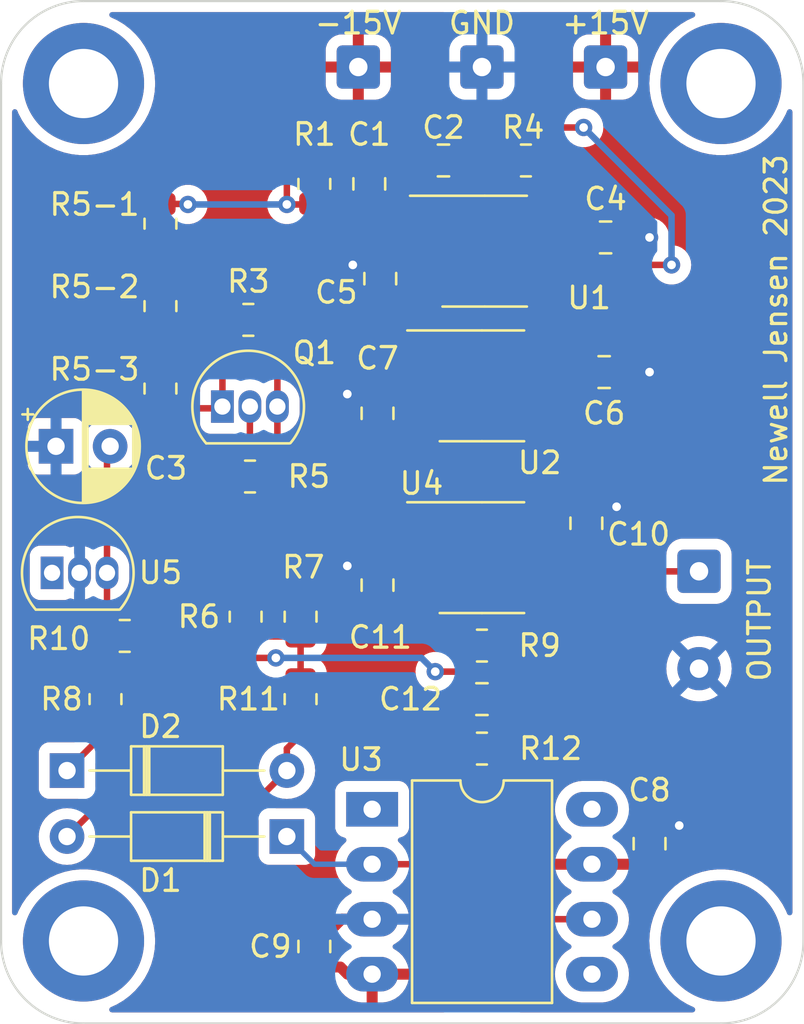
<source format=kicad_pcb>
(kicad_pcb (version 20211014) (generator pcbnew)
  (title_block (title "AOE Wien Bridge") (date "2023-06-25") (company "Newell Jensen"))
  (layers (0 "F.Cu" signal) (31 "B.Cu" signal) (34 "B.Paste" user) (35 "F.Paste" user) (36 "B.SilkS" user "B.Silkscreen") (37 "F.SilkS" user "F.Silkscreen") (38 "B.Mask" user) (39 "F.Mask" user) (44 "Edge.Cuts" user))
  (net 0 "")
  (net 1 "Net-(C12-Pad1)")
  (net 2 "Net-(C12-Pad2)")
  (net 3 "Net-(D1-Pad2)")
  (net 4 "Net-(R11-Pad2)")
  (net 5 "Net-(C3-Pad2)")
  (net 6 "-15V")
  (net 7 "Net-(R7-Pad2)")
  (net 8 "Net-(J1-Pad1)")
  (net 9 "Net-(D2-Pad1)")
  (net 10 "Net-(Q1-Pad2)")
  (net 11 "Net-(R5-2-Pad2)")
  (net 12 "Net-(Q1-Pad1)")
  (net 13 "Net-(R5-1-Pad2)")
  (net 14 "Net-(C1-Pad2)")
  (net 15 "Net-(Q1-Pad3)")
  (net 16 "Net-(C2-Pad2)")
  (net 17 "Net-(C1-Pad1)")
  (net 18 "GNDREF")
  (net 19 "+15V")
  (footprint "Connector_Wire:SolderWire-0.25sqmm_1x01_D0.65mm_OD2mm" (layer "F.Cu") (at 90.424 46.228 -90)
    (fp_text reference "-15V" (at -2.032 0 180) (layer "F.SilkS"))
    (fp_text value "Conn_01x01" hide)
    (pad "1" thru_hole roundrect (at 0 0 270) (size 2 2) (drill 0.85) (layers *.Cu *.Mask) (roundrect_rratio 0.125) (net 6 "-15V"))
  )
  (footprint "Connector_Wire:SolderWire-0.25sqmm_1x02_P4.5mm_D0.65mm_OD2mm" (layer "F.Cu") (at 106.172 69.5304 -90)
    (fp_text reference "OUTPUT" (at 2.25 -2.794 90) (layer "F.SilkS"))
    (fp_text value "Conn_Coaxial" hide)
    (pad "1" thru_hole roundrect (at 0 0 270) (size 2 2) (drill 0.85) (layers *.Cu *.Mask) (roundrect_rratio 0.125) (net 8 "Net-(J1-Pad1)"))
    (pad "2" thru_hole circle (at 4.5 0 270) (size 2 2) (drill 0.85) (layers *.Cu *.Mask) (net 18 "GNDREF"))
  )
  (footprint "Package_DIP:DIP-8_W10.16mm_LongPads" (layer "F.Cu") (at 91.064 80.528)
    (fp_text reference "U3" (at -0.513 -2.296) (layer "F.SilkS"))
    (fp_text value "LF411" hide)
    (pad "1" thru_hole rect (at 0 0) (size 2.4 1.6) (drill 0.8) (layers *.Cu *.Mask))
    (pad "2" thru_hole oval (at 0 2.54) (size 2.4 1.6) (drill 0.8) (layers *.Cu *.Mask) (net 2 "Net-(C12-Pad2)"))
    (pad "3" thru_hole oval (at 0 5.08) (size 2.4 1.6) (drill 0.8) (layers *.Cu *.Mask) (net 18 "GNDREF"))
    (pad "4" thru_hole oval (at 0 7.62) (size 2.4 1.6) (drill 0.8) (layers *.Cu *.Mask) (net 6 "-15V"))
    (pad "5" thru_hole oval (at 10.16 7.62) (size 2.4 1.6) (drill 0.8) (layers *.Cu *.Mask))
    (pad "6" thru_hole oval (at 10.16 5.08) (size 2.4 1.6) (drill 0.8) (layers *.Cu *.Mask) (net 1 "Net-(C12-Pad1)"))
    (pad "7" thru_hole oval (at 10.16 2.54) (size 2.4 1.6) (drill 0.8) (layers *.Cu *.Mask) (net 19 "+15V"))
    (pad "8" thru_hole oval (at 10.16 0) (size 2.4 1.6) (drill 0.8) (layers *.Cu *.Mask))
  )
  (footprint "Capacitor_SMD:C_0805_2012Metric" (layer "F.Cu") (at 100.965 67.31 90)
    (fp_text reference "C10" (at -0.508 2.413 180) (layer "F.SilkS"))
    (fp_text value "100nF" hide)
    (pad "1" smd roundrect (at -0.95 0 90) (size 1 1.45) (layers "F.Cu" "F.Paste" "F.Mask") (net 19 "+15V"))
    (pad "2" smd roundrect (at 0.95 0 90) (size 1 1.45) (layers "F.Cu" "F.Paste" "F.Mask") (net 18 "GNDREF"))
  )
  (footprint "Resistor_SMD:R_0805_2012Metric" (layer "F.Cu") (at 85.217 71.628 -90)
    (fp_text reference "R6" (at 0 2.159 180) (layer "F.SilkS"))
    (fp_text value "*40.2k" hide)
    (pad "1" smd roundrect (at -0.9125 0 270) (size 1.025 1.4) (layers "F.Cu" "F.Paste" "F.Mask") (roundrect_rratio 0.243902439) (net 10 "Net-(Q1-Pad2)"))
    (pad "2" smd roundrect (at 0.9125 0 270) (size 1.025 1.4) (layers "F.Cu" "F.Paste" "F.Mask") (roundrect_rratio 0.243902439) (net 4 "Net-(R11-Pad2)"))
  )
  (footprint "Capacitor_SMD:C_0805_2012Metric" (layer "F.Cu") (at 103.886 82.1182 90)
    (fp_text reference "C8" (at 2.474 0 180) (layer "F.SilkS"))
    (fp_text value "100nF" hide)
    (pad "1" smd roundrect (at -0.95 0 90) (size 1 1.45) (layers "F.Cu" "F.Paste" "F.Mask") (net 19 "+15V"))
    (pad "2" smd roundrect (at 0.95 0 90) (size 1 1.45) (layers "F.Cu" "F.Paste" "F.Mask") (net 18 "GNDREF"))
  )
  (footprint "MountingHole:MountingHole_3.2mm_M3_DIN965_Pad" (layer "F.Cu") (at 107.188 46.99)
    (fp_text reference "REF**" hide)
    (fp_text value "MountingHole_3.2mm_M3_DIN965_Pad" hide)
    (pad "1" thru_hole circle locked (at 0 0) (size 5.6 5.6) (drill 3.2) (layers *.Cu *.Mask))
  )
  (footprint "Connector_Wire:SolderWire-0.25sqmm_1x01_D0.65mm_OD2mm" (layer "F.Cu") (at 101.854 46.228 -90)
    (fp_text reference "+15V" (at -2.032 0 180) (layer "F.SilkS"))
    (fp_text value "Conn_01x01" hide)
    (pad "1" thru_hole roundrect (at 0 0 270) (size 2 2) (drill 0.85) (layers *.Cu *.Mask) (roundrect_rratio 0.125) (net 19 "+15V"))
  )
  (footprint "MountingHole:MountingHole_3.2mm_M3_DIN965_Pad" (layer "F.Cu") (at 77.724 86.614)
    (fp_text reference "REF**" hide)
    (fp_text value "MountingHole_3.2mm_M3_DIN965_Pad" hide)
    (pad "1" thru_hole circle locked (at 0 0) (size 5.6 5.6) (drill 3.2) (layers *.Cu *.Mask))
  )
  (footprint "Resistor_SMD:R_0805_2012Metric" (layer "F.Cu") (at 87.757 75.438 90)
    (fp_text reference "R11" (at 0 -2.413 180) (layer "F.SilkS"))
    (fp_text value "18.7k" hide)
    (pad "1" smd roundrect (at -0.9125 0 90) (size 1.025 1.4) (layers "F.Cu" "F.Paste" "F.Mask") (roundrect_rratio 0.243902439) (net 3 "Net-(D1-Pad2)"))
    (pad "2" smd roundrect (at 0.9125 0 90) (size 1.025 1.4) (layers "F.Cu" "F.Paste" "F.Mask") (roundrect_rratio 0.243902439) (net 4 "Net-(R11-Pad2)"))
  )
  (footprint "Resistor_SMD:R_0805_2012Metric" (layer "F.Cu") (at 78.74 75.438 90)
    (fp_text reference "R8" (at 0 -2.032 180) (layer "F.SilkS"))
    (fp_text value "49.9k" hide)
    (pad "1" smd roundrect (at -0.9125 0 90) (size 1.025 1.4) (layers "F.Cu" "F.Paste" "F.Mask") (roundrect_rratio 0.243902439) (net 9 "Net-(D2-Pad1)"))
    (pad "2" smd roundrect (at 0.9125 0 90) (size 1.025 1.4) (layers "F.Cu" "F.Paste" "F.Mask") (roundrect_rratio 0.243902439) (net 5 "Net-(C3-Pad2)"))
  )
  (footprint "Capacitor_SMD:C_0805_2012Metric" (layer "F.Cu") (at 101.854 54.102)
    (fp_text reference "C4" (at 0 -1.778) (layer "F.SilkS"))
    (fp_text value "100nF" hide)
    (pad "1" smd roundrect (at -0.95 0) (size 1 1.45) (layers "F.Cu" "F.Paste" "F.Mask") (net 19 "+15V"))
    (pad "2" smd roundrect (at 0.95 0) (size 1 1.45) (layers "F.Cu" "F.Paste" "F.Mask") (net 18 "GNDREF"))
  )
  (footprint "Resistor_SMD:R_0805_2012Metric" (layer "F.Cu") (at 85.4202 65.151 180)
    (fp_text reference "R5" (at -2.7178 0) (layer "F.SilkS"))
    (fp_text value "*1M" hide)
    (pad "1" smd roundrect (at -0.9125 0 180) (size 1.025 1.4) (layers "F.Cu" "F.Paste" "F.Mask") (roundrect_rratio 0.243902439) (net 15 "Net-(Q1-Pad3)"))
    (pad "2" smd roundrect (at 0.9125 0 180) (size 1.025 1.4) (layers "F.Cu" "F.Paste" "F.Mask") (roundrect_rratio 0.243902439) (net 1 "Net-(C12-Pad1)"))
  )
  (footprint "Capacitor_SMD:C_0805_2012Metric" (layer "F.Cu") (at 94.361 50.546)
    (fp_text reference "C2" (at 0 -1.524) (layer "F.SilkS"))
    (fp_text value "10nF (film)" hide)
    (pad "1" smd roundrect (at -0.95 0) (size 1 1.45) (layers "F.Cu" "F.Paste" "F.Mask") (net 17 "Net-(C1-Pad1)"))
    (pad "2" smd roundrect (at 0.95 0) (size 1 1.45) (layers "F.Cu" "F.Paste" "F.Mask") (net 16 "Net-(C2-Pad2)"))
  )
  (footprint "Capacitor_THT:CP_Radial_D5.0mm_P2.50mm" (layer "F.Cu") (at 76.454 63.754)
    (fp_text reference "C3" (at 5.08 1.016 180) (layer "F.SilkS"))
    (fp_text value "10uF" hide)
    (pad "1" thru_hole rect (at 0 0) (size 1.6 1.6) (drill 0.8) (layers *.Cu *.Mask) (net 18 "GNDREF"))
    (pad "2" thru_hole circle (at 2.5 0) (size 1.6 1.6) (drill 0.8) (layers *.Cu *.Mask) (net 5 "Net-(C3-Pad2)"))
  )
  (footprint "Diode_THT:D_DO-35_SOD27_P10.16mm_Horizontal" (layer "F.Cu") (at 76.962 78.74)
    (fp_text reference "D2" (at 4.318 -2.032) (layer "F.SilkS"))
    (fp_text value "1N5711" hide)
    (pad "1" thru_hole rect (at 0 0) (size 1.6 1.6) (drill 0.8) (layers *.Cu *.Mask) (net 9 "Net-(D2-Pad1)"))
    (pad "2" thru_hole oval (at 10.16 0) (size 1.6 1.6) (drill 0.8) (layers *.Cu *.Mask) (net 3 "Net-(D1-Pad2)"))
  )
  (footprint "Package_SO:SOIC-8_3.9x4.9mm_P1.27mm" (layer "F.Cu") (at 96.139 68.9)
    (fp_text reference "U4" (at -2.794 -3.429) (layer "F.SilkS"))
    (fp_text value "OPA627" hide)
    (pad "1" smd roundrect (at -2.475 -1.905) (size 1.95 0.6) (layers "F.Cu" "F.Paste" "F.Mask"))
    (pad "2" smd roundrect (at -2.475 -0.635) (size 1.95 0.6) (layers "F.Cu" "F.Paste" "F.Mask") (net 7 "Net-(R7-Pad2)"))
    (pad "3" smd roundrect (at -2.475 0.635) (size 1.95 0.6) (layers "F.Cu" "F.Paste" "F.Mask") (net 18 "GNDREF"))
    (pad "4" smd roundrect (at -2.475 1.905) (size 1.95 0.6) (layers "F.Cu" "F.Paste" "F.Mask") (net 6 "-15V"))
    (pad "5" smd roundrect (at 2.475 1.905) (size 1.95 0.6) (layers "F.Cu" "F.Paste" "F.Mask"))
    (pad "6" smd roundrect (at 2.475 0.635) (size 1.95 0.6) (layers "F.Cu" "F.Paste" "F.Mask") (net 8 "Net-(J1-Pad1)"))
    (pad "7" smd roundrect (at 2.475 -0.635) (size 1.95 0.6) (layers "F.Cu" "F.Paste" "F.Mask") (net 19 "+15V"))
    (pad "8" smd roundrect (at 2.475 -1.905) (size 1.95 0.6) (layers "F.Cu" "F.Paste" "F.Mask"))
  )
  (footprint "Capacitor_SMD:C_0805_2012Metric" (layer "F.Cu") (at 90.932 51.628 -90)
    (fp_text reference "C1" (at -2.286 0 180) (layer "F.SilkS"))
    (fp_text value "10nF (film)" hide)
    (pad "1" smd roundrect (at -0.95 0 270) (size 1 1.45) (layers "F.Cu" "F.Paste" "F.Mask") (net 17 "Net-(C1-Pad1)"))
    (pad "2" smd roundrect (at 0.95 0 270) (size 1 1.45) (layers "F.Cu" "F.Paste" "F.Mask") (net 14 "Net-(C1-Pad2)"))
  )
  (footprint "Capacitor_SMD:C_0805_2012Metric" (layer "F.Cu") (at 91.313 62.23 90)
    (fp_text reference "C7" (at 2.54 0 180) (layer "F.SilkS"))
    (fp_text value "100nF" hide)
    (pad "1" smd roundrect (at -0.95 0 90) (size 1 1.45) (layers "F.Cu" "F.Paste" "F.Mask") (net 6 "-15V"))
    (pad "2" smd roundrect (at 0.95 0 90) (size 1 1.45) (layers "F.Cu" "F.Paste" "F.Mask") (net 18 "GNDREF"))
  )
  (footprint "Resistor_SMD:R_0805_2012Metric" (layer "F.Cu") (at 81.28 61.087 -90)
    (fp_text reference "R5-3" (at -0.889 3.048 180) (layer "F.SilkS"))
    (fp_text value "*4.02k" hide)
    (pad "1" smd roundrect (at -0.9125 0 270) (size 1.025 1.4) (layers "F.Cu" "F.Paste" "F.Mask") (roundrect_rratio 0.243902439) (net 11 "Net-(R5-2-Pad2)"))
    (pad "2" smd roundrect (at 0.9125 0 270) (size 1.025 1.4) (layers "F.Cu" "F.Paste" "F.Mask") (roundrect_rratio 0.243902439) (net 12 "Net-(Q1-Pad1)"))
  )
  (footprint "Resistor_SMD:R_0805_2012Metric" (layer "F.Cu") (at 79.629 72.517)
    (fp_text reference "R10" (at -3.048 0.127) (layer "F.SilkS"))
    (fp_text value "10k" hide)
    (pad "1" smd roundrect (at -0.9125 0) (size 1.025 1.4) (layers "F.Cu" "F.Paste" "F.Mask") (roundrect_rratio 0.243902439) (net 5 "Net-(C3-Pad2)"))
    (pad "2" smd roundrect (at 0.9125 0) (size 1.025 1.4) (layers "F.Cu" "F.Paste" "F.Mask") (roundrect_rratio 0.243902439) (net 6 "-15V"))
  )
  (footprint "Diode_THT:D_DO-35_SOD27_P10.16mm_Horizontal" (layer "F.Cu") (at 87.122 81.788 180)
    (fp_text reference "D1" (at 5.842 -2.032 180) (layer "F.SilkS"))
    (fp_text value "1N5711" hide)
    (pad "1" thru_hole rect (at 0 0 180) (size 1.6 1.6) (drill 0.8) (layers *.Cu *.Mask) (net 2 "Net-(C12-Pad2)"))
    (pad "2" thru_hole oval (at 10.16 0 180) (size 1.6 1.6) (drill 0.8) (layers *.Cu *.Mask) (net 3 "Net-(D1-Pad2)"))
  )
  (footprint "Capacitor_SMD:C_0805_2012Metric" (layer "F.Cu") (at 91.44 56.007 90)
    (fp_text reference "C5" (at -0.635 -2.032 180) (layer "F.SilkS"))
    (fp_text value "100nF" hide)
    (pad "1" smd roundrect (at -0.95 0 90) (size 1 1.45) (layers "F.Cu" "F.Paste" "F.Mask") (net 6 "-15V"))
    (pad "2" smd roundrect (at 0.95 0 90) (size 1 1.45) (layers "F.Cu" "F.Paste" "F.Mask") (net 18 "GNDREF"))
  )
  (footprint "Resistor_SMD:R_0805_2012Metric" (layer "F.Cu") (at 81.28 57.277 -90)
    (fp_text reference "R5-2" (at -0.889 3.048 180) (layer "F.SilkS"))
    (fp_text value "*4.42k" hide)
    (pad "1" smd roundrect (at -0.9125 0 270) (size 1.025 1.4) (layers "F.Cu" "F.Paste" "F.Mask") (roundrect_rratio 0.243902439) (net 13 "Net-(R5-1-Pad2)"))
    (pad "2" smd roundrect (at 0.9125 0 270) (size 1.025 1.4) (layers "F.Cu" "F.Paste" "F.Mask") (roundrect_rratio 0.243902439) (net 11 "Net-(R5-2-Pad2)"))
  )
  (footprint "Package_SO:SOIC-8_3.9x4.9mm_P1.27mm" (layer "F.Cu") (at 96.139 60.96)
    (fp_text reference "U2" (at 2.667 3.556) (layer "F.SilkS"))
    (fp_text value "OPA627" hide)
    (pad "1" smd roundrect (at -2.475 -1.905) (size 1.95 0.6) (layers "F.Cu" "F.Paste" "F.Mask"))
    (pad "2" smd roundrect (at -2.475 -0.635) (size 1.95 0.6) (layers "F.Cu" "F.Paste" "F.Mask") (net 10 "Net-(Q1-Pad2)"))
    (pad "3" smd roundrect (at -2.475 0.635) (size 1.95 0.6) (layers "F.Cu" "F.Paste" "F.Mask") (net 18 "GNDREF"))
    (pad "4" smd roundrect (at -2.475 1.905) (size 1.95 0.6) (layers "F.Cu" "F.Paste" "F.Mask") (net 6 "-15V"))
    (pad "5" smd roundrect (at 2.475 1.905) (size 1.95 0.6) (layers "F.Cu" "F.Paste" "F.Mask"))
    (pad "6" smd roundrect (at 2.475 0.635) (size 1.95 0.6) (layers "F.Cu" "F.Paste" "F.Mask") (net 4 "Net-(R11-Pad2)"))
    (pad "7" smd roundrect (at 2.475 -0.635) (size 1.95 0.6) (layers "F.Cu" "F.Paste" "F.Mask") (net 19 "+15V"))
    (pad "8" smd roundrect (at 2.475 -1.905) (size 1.95 0.6) (layers "F.Cu" "F.Paste" "F.Mask"))
  )
  (footprint "Package_SO:SOIC-8_3.9x4.9mm_P1.27mm" (layer "F.Cu") (at 96.266 54.737)
    (fp_text reference "U1" (at 4.826 2.159) (layer "F.SilkS"))
    (fp_text value "OPA627" hide)
    (pad "1" smd roundrect (at -2.475 -1.905) (size 1.95 0.6) (layers "F.Cu" "F.Paste" "F.Mask"))
    (pad "2" smd roundrect (at -2.475 -0.635) (size 1.95 0.6) (layers "F.Cu" "F.Paste" "F.Mask") (net 17 "Net-(C1-Pad1)"))
    (pad "3" smd roundrect (at -2.475 0.635) (size 1.95 0.6) (layers "F.Cu" "F.Paste" "F.Mask") (net 18 "GNDREF"))
    (pad "4" smd roundrect (at -2.475 1.905) (size 1.95 0.6) (layers "F.Cu" "F.Paste" "F.Mask") (net 6 "-15V"))
    (pad "5" smd roundrect (at 2.475 1.905) (size 1.95 0.6) (layers "F.Cu" "F.Paste" "F.Mask"))
    (pad "6" smd roundrect (at 2.475 0.635) (size 1.95 0.6) (layers "F.Cu" "F.Paste" "F.Mask") (net 14 "Net-(C1-Pad2)"))
    (pad "7" smd roundrect (at 2.475 -0.635) (size 1.95 0.6) (layers "F.Cu" "F.Paste" "F.Mask") (net 19 "+15V"))
    (pad "8" smd roundrect (at 2.475 -1.905) (size 1.95 0.6) (layers "F.Cu" "F.Paste" "F.Mask"))
  )
  (footprint "Capacitor_SMD:C_0805_2012Metric" (layer "F.Cu") (at 96.139 75.438 180)
    (fp_text reference "C12" (at 3.302 0) (layer "F.SilkS"))
    (fp_text value "100nF" hide)
    (pad "1" smd roundrect (at -0.95 0 180) (size 1 1.45) (layers "F.Cu" "F.Paste" "F.Mask") (net 1 "Net-(C12-Pad1)"))
    (pad "2" smd roundrect (at 0.95 0 180) (size 1 1.45) (layers "F.Cu" "F.Paste" "F.Mask") (net 2 "Net-(C12-Pad2)"))
  )
  (footprint "Package_TO_SOT_THT:TO-92L_Inline" (layer "F.Cu") (at 84.144 61.918)
    (fp_text reference "Q1" (at 4.248 -2.482) (layer "F.SilkS"))
    (fp_text value "J111" hide)
    (pad "1" thru_hole rect (at 0 0) (size 1.05 1.5) (drill 0.75) (layers *.Cu *.Mask) (net 12 "Net-(Q1-Pad1)"))
    (pad "2" thru_hole oval (at 1.27 0) (size 1.05 1.5) (drill 0.75) (layers *.Cu *.Mask) (net 10 "Net-(Q1-Pad2)"))
    (pad "3" thru_hole oval (at 2.54 0) (size 1.05 1.5) (drill 0.75) (layers *.Cu *.Mask) (net 15 "Net-(Q1-Pad3)"))
  )
  (footprint "Resistor_SMD:R_0805_2012Metric" (layer "F.Cu") (at 98.171 50.546)
    (fp_text reference "R4" (at -0.127 -1.524) (layer "F.SilkS"))
    (fp_text value "*15.0k" hide)
    (pad "1" smd roundrect (at -0.9125 0) (size 1.025 1.4) (layers "F.Cu" "F.Paste" "F.Mask") (roundrect_rratio 0.243902439) (net 16 "Net-(C2-Pad2)"))
    (pad "2" smd roundrect (at 0.9125 0) (size 1.025 1.4) (layers "F.Cu" "F.Paste" "F.Mask") (roundrect_rratio 0.243902439) (net 4 "Net-(R11-Pad2)"))
  )
  (footprint "Resistor_SMD:R_0805_2012Metric" (layer "F.Cu") (at 88.392 51.628 -90)
    (fp_text reference "R1" (at -2.286 0 180) (layer "F.SilkS"))
    (fp_text value "*15.0k" hide)
    (pad "1" smd roundrect (at -0.9125 0 270) (size 1.025 1.4) (layers "F.Cu" "F.Paste" "F.Mask") (roundrect_rratio 0.243902439) (net 17 "Net-(C1-Pad1)"))
    (pad "2" smd roundrect (at 0.9125 0 270) (size 1.025 1.4) (layers "F.Cu" "F.Paste" "F.Mask") (roundrect_rratio 0.243902439) (net 14 "Net-(C1-Pad2)"))
  )
  (footprint "Capacitor_SMD:C_0805_2012Metric" (layer "F.Cu") (at 101.788 60.325)
    (fp_text reference "C6" (at 0 1.905) (layer "F.SilkS"))
    (fp_text value "100nF" hide)
    (pad "1" smd roundrect (at -0.95 0) (size 1 1.45) (layers "F.Cu" "F.Paste" "F.Mask") (net 19 "+15V"))
    (pad "2" smd roundrect (at 0.95 0) (size 1 1.45) (layers "F.Cu" "F.Paste" "F.Mask") (net 18 "GNDREF"))
  )
  (footprint "Resistor_SMD:R_0805_2012Metric" (layer "F.Cu") (at 85.344 57.912)
    (fp_text reference "R3" (at 0 -1.778) (layer "F.SilkS"))
    (fp_text value "*1M" hide)
    (pad "1" smd roundrect (at -0.9125 0) (size 1.025 1.4) (layers "F.Cu" "F.Paste" "F.Mask") (roundrect_rratio 0.243902439) (net 12 "Net-(Q1-Pad1)"))
    (pad "2" smd roundrect (at 0.9125 0) (size 1.025 1.4) (layers "F.Cu" "F.Paste" "F.Mask") (roundrect_rratio 0.243902439) (net 15 "Net-(Q1-Pad3)"))
  )
  (footprint "Resistor_SMD:R_0805_2012Metric" (layer "F.Cu") (at 81.28 53.467 -90)
    (fp_text reference "R5-1" (at -0.889 3.048 180) (layer "F.SilkS"))
    (fp_text value "*15.0k" hide)
    (pad "1" smd roundrect (at -0.9125 0 270) (size 1.025 1.4) (layers "F.Cu" "F.Paste" "F.Mask") (roundrect_rratio 0.243902439) (net 14 "Net-(C1-Pad2)"))
    (pad "2" smd roundrect (at 0.9125 0 270) (size 1.025 1.4) (layers "F.Cu" "F.Paste" "F.Mask") (roundrect_rratio 0.243902439) (net 13 "Net-(R5-1-Pad2)"))
  )
  (footprint "Package_TO_SOT_THT:TO-92L_Inline" (layer "F.Cu") (at 76.27 69.602888)
    (fp_text reference "U5" (at 5.01 -0.006888) (layer "F.SilkS"))
    (fp_text value "LM336-5" hide)
    (pad "1" thru_hole rect (at 0 0) (size 1.05 1.5) (drill 0.75) (layers *.Cu *.Mask))
    (pad "2" thru_hole oval (at 1.27 0) (size 1.05 1.5) (drill 0.75) (layers *.Cu *.Mask) (net 18 "GNDREF"))
    (pad "3" thru_hole oval (at 2.54 0) (size 1.05 1.5) (drill 0.75) (layers *.Cu *.Mask) (net 5 "Net-(C3-Pad2)"))
  )
  (footprint "Capacitor_SMD:C_0805_2012Metric" (layer "F.Cu") (at 88.392 86.868 90)
    (fp_text reference "C9" (at 0 -2.032 180) (layer "F.SilkS"))
    (fp_text value "100nF" hide)
    (pad "1" smd roundrect (at -0.95 0 90) (size 1 1.45) (layers "F.Cu" "F.Paste" "F.Mask") (net 6 "-15V"))
    (pad "2" smd roundrect (at 0.95 0 90) (size 1 1.45) (layers "F.Cu" "F.Paste" "F.Mask") (net 18 "GNDREF"))
  )
  (footprint "Capacitor_SMD:C_0805_2012Metric" (layer "F.Cu") (at 91.313 70.17 90)
    (fp_text reference "C11" (at -2.413 0.127 180) (layer "F.SilkS"))
    (fp_text value "100nF" hide)
    (pad "1" smd roundrect (at -0.95 0 90) (size 1 1.45) (layers "F.Cu" "F.Paste" "F.Mask") (net 6 "-15V"))
    (pad "2" smd roundrect (at 0.95 0 90) (size 1 1.45) (layers "F.Cu" "F.Paste" "F.Mask") (net 18 "GNDREF"))
  )
  (footprint "Resistor_SMD:R_0805_2012Metric" (layer "F.Cu") (at 96.139 77.724 180)
    (fp_text reference "R12" (at -3.175 0) (layer "F.SilkS"))
    (fp_text value "22M" hide)
    (pad "1" smd roundrect (at -0.9125 0 180) (size 1.025 1.4) (layers "F.Cu" "F.Paste" "F.Mask") (roundrect_rratio 0.243902439) (net 1 "Net-(C12-Pad1)"))
    (pad "2" smd roundrect (at 0.9125 0 180) (size 1.025 1.4) (layers "F.Cu" "F.Paste" "F.Mask") (roundrect_rratio 0.243902439) (net 2 "Net-(C12-Pad2)"))
  )
  (footprint "Resistor_SMD:R_0805_2012Metric" (layer "F.Cu") (at 87.757 71.628 90)
    (fp_text reference "R7" (at 2.286 0.127 180) (layer "F.SilkS"))
    (fp_text value "*10k" hide)
    (pad "1" smd roundrect (at -0.9125 0 90) (size 1.025 1.4) (layers "F.Cu" "F.Paste" "F.Mask") (roundrect_rratio 0.243902439) (net 4 "Net-(R11-Pad2)"))
    (pad "2" smd roundrect (at 0.9125 0 90) (size 1.025 1.4) (layers "F.Cu" "F.Paste" "F.Mask") (roundrect_rratio 0.243902439) (net 7 "Net-(R7-Pad2)"))
  )
  (footprint "Connector_Wire:SolderWire-0.25sqmm_1x01_D0.65mm_OD2mm" (layer "F.Cu") (at 96.139 46.228 -90)
    (fp_text reference "GND" (at -2.032 0 180) (layer "F.SilkS"))
    (fp_text value "Conn_01x01" hide)
    (pad "1" thru_hole roundrect (at 0 0 270) (size 2 2) (drill 0.85) (layers *.Cu *.Mask) (roundrect_rratio 0.125) (net 18 "GNDREF"))
  )
  (footprint "Resistor_SMD:R_0805_2012Metric" (layer "F.Cu") (at 96.139 72.964)
    (fp_text reference "R9" (at 2.667 0) (layer "F.SilkS"))
    (fp_text value "*49.9k" hide)
    (pad "1" smd roundrect (at -0.9125 0) (size 1.025 1.4) (layers "F.Cu" "F.Paste" "F.Mask") (roundrect_rratio 0.243902439) (net 7 "Net-(R7-Pad2)"))
    (pad "2" smd roundrect (at 0.9125 0) (size 1.025 1.4) (layers "F.Cu" "F.Paste" "F.Mask") (roundrect_rratio 0.243902439) (net 8 "Net-(J1-Pad1)"))
  )
  (footprint "MountingHole:MountingHole_3.2mm_M3_DIN965_Pad" (layer "F.Cu") (at 77.724 46.99)
    (fp_text reference "REF**" hide)
    (fp_text value "MountingHole_3.2mm_M3_DIN965_Pad" hide)
    (pad "1" thru_hole circle locked (at 0 0) (size 5.6 5.6) (drill 3.2) (layers *.Cu *.Mask))
  )
  (footprint "MountingHole:MountingHole_3.2mm_M3_DIN965_Pad" (layer "F.Cu") (at 107.188 86.614)
    (fp_text reference "REF**" hide)
    (fp_text value "MountingHole_3.2mm_M3_DIN965_Pad" hide)
    (pad "1" thru_hole circle locked (at 0 0) (size 5.6 5.6) (drill 3.2) (layers *.Cu *.Mask))
  )
  (gr_arc (start 110.998 86.614) (mid 109.882077 89.308077) (end 107.188 90.424) (layer "Edge.Cuts") (width 0.1))
  (gr_arc (start 77.724 90.424) (mid 75.029923 89.308077) (end 73.914 86.614) (layer "Edge.Cuts") (width 0.1))
  (gr_line (start 110.998 86.614) (end 110.998 46.99) (layer "Edge.Cuts") (width 0.1))
  (gr_line (start 77.724 43.18) (end 107.188 43.18) (layer "Edge.Cuts") (width 0.1))
  (gr_arc (start 107.188 43.18) (mid 109.882077 44.295923) (end 110.998 46.99) (layer "Edge.Cuts") (width 0.1))
  (gr_line (start 77.724 90.424) (end 107.188 90.424) (layer "Edge.Cuts") (width 0.1))
  (gr_line (start 73.914 86.614) (end 73.914 46.99) (layer "Edge.Cuts") (width 0.1))
  (gr_arc (start 73.914 46.99) (mid 75.029923 44.295923) (end 77.724 43.18) (layer "Edge.Cuts") (width 0.1))
  (gr_text "Newell Jensen 2023" (at 109.728 57.912 90) (layer "F.SilkS") (effects (font (size 1 1))))
  (segment (start 83.82 73.152) (end 83.82 69.85) (width 0.3) (layer "F.Cu") (net 1))
  (segment (start 84.5077 65.151) (end 84.5077 69.1623) (width 0.3) (layer "F.Cu") (net 1))
  (segment (start 97.0515 77.724) (end 97.0515 83.5895) (width 0.3) (layer "F.Cu") (net 1))
  (segment (start 97.0515 77.724) (end 97.0515 75.4755) (width 0.3) (layer "F.Cu") (net 1))
  (segment (start 97.089 74.483) (end 97.089 75.438) (width 0.3) (layer "F.Cu") (net 1))
  (segment (start 83.82 69.85) (end 84.5077 69.1623) (width 0.3) (layer "F.Cu") (net 1))
  (segment (start 96.774 74.168) (end 97.089 74.483) (width 0.3) (layer "F.Cu") (net 1))
  (segment (start 99.07 85.608) (end 101.224 85.608) (width 0.3) (layer "F.Cu") (net 1))
  (segment (start 97.0515 75.4755) (end 97.089 75.438) (width 0.3) (layer "F.Cu") (net 1))
  (segment (start 97.0515 83.5895) (end 99.07 85.608) (width 0.3) (layer "F.Cu") (net 1))
  (segment (start 84.201 73.533) (end 83.82 73.152) (width 0.3) (layer "F.Cu") (net 1))
  (segment (start 93.98 74.168) (end 96.774 74.168) (width 0.3) (layer "F.Cu") (net 1))
  (segment (start 86.614 73.533) (end 84.201 73.533) (width 0.3) (layer "F.Cu") (net 1))
  (via (at 86.614 73.533) (size 0.8) (drill 0.4) (layers "F.Cu" "B.Cu") (net 1))
  (via (at 93.98 74.168) (size 0.8) (drill 0.4) (layers "F.Cu" "B.Cu") (net 1))
  (segment (start 93.345 73.533) (end 93.98 74.168) (width 0.3) (layer "B.Cu") (net 1))
  (segment (start 86.614 73.533) (end 93.345 73.533) (width 0.3) (layer "B.Cu") (net 1))
  (segment (start 92.954 83.068) (end 91.064 83.068) (width 0.3) (layer "F.Cu") (net 2))
  (segment (start 95.2265 80.7955) (end 92.954 83.068) (width 0.3) (layer "F.Cu") (net 2))
  (segment (start 95.2265 77.724) (end 95.2265 80.7955) (width 0.3) (layer "F.Cu") (net 2))
  (segment (start 95.2265 77.724) (end 95.2265 75.4755) (width 0.3) (layer "F.Cu") (net 2))
  (segment (start 88.402 83.068) (end 87.122 81.788) (width 0.25) (layer "B.Cu") (net 2))
  (segment (start 91.064 83.068) (end 88.402 83.068) (width 0.25) (layer "B.Cu") (net 2))
  (segment (start 85.598 80.264) (end 87.122 78.74) (width 0.3) (layer "F.Cu") (net 3))
  (segment (start 78.486 80.264) (end 85.598 80.264) (width 0.3) (layer "F.Cu") (net 3))
  (segment (start 76.962 81.788) (end 78.486 80.264) (width 0.3) (layer "F.Cu") (net 3))
  (segment (start 87.757 77.089) (end 87.122 77.724) (width 0.3) (layer "F.Cu") (net 3))
  (segment (start 87.122 77.724) (end 87.122 78.74) (width 0.3) (layer "F.Cu") (net 3))
  (segment (start 87.757 76.3505) (end 87.757 77.089) (width 0.3) (layer "F.Cu") (net 3))
  (segment (start 97.282 51.816) (end 98.806 51.816) (width 0.3) (layer "F.Cu") (net 4))
  (segment (start 96.774 64.516) (end 95.25 66.04) (width 0.3) (layer "F.Cu") (net 4))
  (segment (start 96.774 52.324) (end 97.282 51.816) (width 0.3) (layer "F.Cu") (net 4))
  (segment (start 96.774 61.976) (end 96.774 64.516) (width 0.3) (layer "F.Cu") (net 4))
  (segment (start 97.155 61.595) (end 96.774 61.976) (width 0.3) (layer "F.Cu") (net 4))
  (segment (start 96.774 61.214) (end 96.774 52.324) (width 0.3) (layer "F.Cu") (net 4))
  (segment (start 97.155 61.595) (end 96.774 61.214) (width 0.3) (layer "F.Cu") (net 4))
  (segment (start 99.0835 51.5385) (end 99.0835 50.546) (width 0.3) (layer "F.Cu") (net 4))
  (segment (start 98.806 51.816) (end 99.0835 51.5385) (width 0.3) (layer "F.Cu") (net 4))
  (segment (start 87.757 74.5255) (end 87.757 72.5405) (width 0.3) (layer "F.Cu") (net 4))
  (segment (start 85.217 72.5405) (end 87.757 72.5405) (width 0.3) (layer "F.Cu") (net 4))
  (segment (start 89.916 66.04) (end 86.5105 69.4455) (width 0.3) (layer "F.Cu") (net 4))
  (segment (start 98.614 61.595) (end 97.155 61.595) (width 0.3) (layer "F.Cu") (net 4))
  (segment (start 95.25 66.04) (end 89.916 66.04) (width 0.3) (layer "F.Cu") (net 4))
  (segment (start 86.5105 72.5405) (end 87.757 72.5405) (width 0.3) (layer "F.Cu") (net 4))
  (segment (start 86.5105 69.4455) (end 86.5105 72.5405) (width 0.3) (layer "F.Cu") (net 4))
  (segment (start 78.81 72.4235) (end 78.7165 72.517) (width 0.3) (layer "F.Cu") (net 5))
  (segment (start 78.81 63.898) (end 78.954 63.754) (width 0.3) (layer "F.Cu") (net 5))
  (segment (start 78.74 74.5255) (end 78.74 72.5405) (width 0.3) (layer "F.Cu") (net 5))
  (segment (start 78.81 69.602888) (end 78.81 72.4235) (width 0.3) (layer "F.Cu") (net 5))
  (segment (start 78.81 69.602888) (end 78.81 63.898) (width 0.3) (layer "F.Cu") (net 5))
  (segment (start 78.74 72.5405) (end 78.7165 72.517) (width 0.3) (layer "F.Cu") (net 5))
  (segment (start 89.596 87.818) (end 88.392 87.818) (width 0.5) (layer "F.Cu") (net 6))
  (segment (start 89.926 88.148) (end 89.596 87.818) (width 0.5) (layer "F.Cu") (net 6))
  (segment (start 92.268 63.18) (end 91.313 63.18) (width 0.5) (layer "F.Cu") (net 6))
  (segment (start 93.791 56.642) (end 92.71 56.642) (width 0.5) (layer "F.Cu") (net 6))
  (segment (start 92.268 71.12) (end 91.313 71.12) (width 0.5) (layer "F.Cu") (net 6))
  (segment (start 93.664 62.865) (end 92.583 62.865) (width 0.5) (layer "F.Cu") (net 6))
  (segment (start 93.664 70.805) (end 92.583 70.805) (width 0.5) (layer "F.Cu") (net 6))
  (segment (start 92.583 62.865) (end 92.268 63.18) (width 0.5) (layer "F.Cu") (net 6))
  (segment (start 92.583 70.805) (end 92.268 71.12) (width 0.5) (layer "F.Cu") (net 6))
  (segment (start 91.064 88.148) (end 89.926 88.148) (width 0.5) (layer "F.Cu") (net 6))
  (segment (start 92.71 56.642) (end 92.395 56.957) (width 0.5) (layer "F.Cu") (net 6))
  (segment (start 92.395 56.957) (end 91.44 56.957) (width 0.5) (layer "F.Cu") (net 6))
  (segment (start 95.2265 68.6225) (end 95.2265 72.964) (width 0.3) (layer "F.Cu") (net 7))
  (segment (start 87.757 70.7155) (end 87.757 69.215) (width 0.3) (layer "F.Cu") (net 7))
  (segment (start 93.664 68.265) (end 88.707 68.265) (width 0.3) (layer "F.Cu") (net 7))
  (segment (start 94.869 68.265) (end 95.2265 68.6225) (width 0.3) (layer "F.Cu") (net 7))
  (segment (start 93.664 68.265) (end 94.869 68.265) (width 0.3) (layer "F.Cu") (net 7))
  (segment (start 88.707 68.265) (end 87.757 69.215) (width 0.3) (layer "F.Cu") (net 7))
  (segment (start 98.614 69.535) (end 97.409 69.535) (width 0.3) (layer "F.Cu") (net 8))
  (segment (start 98.614 69.535) (end 106.1674 69.535) (width 0.3) (layer "F.Cu") (net 8))
  (segment (start 97.028 69.916) (end 97.028 72.9405) (width 0.3) (layer "F.Cu") (net 8))
  (segment (start 97.409 69.535) (end 97.028 69.916) (width 0.3) (layer "F.Cu") (net 8))
  (segment (start 106.1674 69.535) (end 106.172 69.5304) (width 0.3) (layer "F.Cu") (net 8))
  (segment (start 78.74 76.962) (end 78.74 76.3505) (width 0.3) (layer "F.Cu") (net 9))
  (segment (start 76.962 78.74) (end 78.74 76.962) (width 0.3) (layer "F.Cu") (net 9))
  (segment (start 95.25 64.008) (end 94.234 65.024) (width 0.3) (layer "F.Cu") (net 10))
  (segment (start 94.234 65.024) (end 89.716893 65.024) (width 0.3) (layer "F.Cu") (net 10))
  (segment (start 85.414 61.918) (end 85.414 69.326893) (width 0.3) (layer "F.Cu") (net 10))
  (segment (start 85.217 70.7155) (end 85.414 70.5185) (width 0.3) (layer "F.Cu") (net 10))
  (segment (start 89.716893 65.024) (end 85.414 69.326893) (width 0.3) (layer "F.Cu") (net 10))
  (segment (start 95.25 60.706) (end 95.25 64.008) (width 0.3) (layer "F.Cu") (net 10))
  (segment (start 85.414 69.326893) (end 85.414 70.174) (width 0.3) (layer "F.Cu") (net 10))
  (segment (start 85.414 70.5185) (end 85.414 70.174) (width 0.3) (layer "F.Cu") (net 10))
  (segment (start 93.664 60.325) (end 94.869 60.325) (width 0.3) (layer "F.Cu") (net 10))
  (segment (start 94.869 60.325) (end 95.25 60.706) (width 0.3) (layer "F.Cu") (net 10))
  (segment (start 81.28 58.1895) (end 81.28 60.1745) (width 0.3) (layer "F.Cu") (net 11))
  (segment (start 81.28 61.9995) (end 84.0625 61.9995) (width 0.3) (layer "F.Cu") (net 12))
  (segment (start 84.144 58.1995) (end 84.144 61.918) (width 0.3) (layer "F.Cu") (net 12))
  (segment (start 84.4315 57.912) (end 84.144 58.1995) (width 0.3) (layer "F.Cu") (net 12))
  (segment (start 84.0625 61.9995) (end 84.144 61.918) (width 0.3) (layer "F.Cu") (net 12))
  (segment (start 81.28 54.3795) (end 81.28 56.3645) (width 0.3) (layer "F.Cu") (net 13))
  (segment (start 88.392 52.5405) (end 90.8945 52.5405) (width 0.3) (layer "F.Cu") (net 14))
  (segment (start 87.122 49.784) (end 87.884 49.022) (width 0.3) (layer "F.Cu") (net 14))
  (segment (start 87.884 49.022) (end 100.838 49.022) (width 0.3) (layer "F.Cu") (net 14))
  (segment (start 87.122 52.578) (end 87.122 49.784) (width 0.3) (layer "F.Cu") (net 14))
  (segment (start 98.741 55.372) (end 104.902 55.372) (width 0.3) (layer "F.Cu") (net 14))
  (segment (start 82.5265 52.5545) (end 82.55 52.578) (width 0.3) (layer "F.Cu") (net 14))
  (segment (start 88.3545 52.578) (end 88.392 52.5405) (width 0.3) (layer "F.Cu") (net 14))
  (segment (start 87.122 52.578) (end 88.3545 52.578) (width 0.3) (layer "F.Cu") (net 14))
  (segment (start 90.8945 52.5405) (end 90.932 52.578) (width 0.3) (layer "F.Cu") (net 14))
  (segment (start 81.28 52.5545) (end 82.5265 52.5545) (width 0.3) (layer "F.Cu") (net 14))
  (via (at 87.122 52.578) (size 0.8) (drill 0.4) (layers "F.Cu" "B.Cu") (net 14))
  (via (at 100.838 49.022) (size 0.8) (drill 0.4) (layers "F.Cu" "B.Cu") (net 14))
  (via (at 82.55 52.578) (size 0.8) (drill 0.4) (layers "F.Cu" "B.Cu") (net 14))
  (via (at 104.902 55.372) (size 0.8) (drill 0.4) (layers "F.Cu" "B.Cu") (net 14))
  (segment (start 100.838 49.022) (end 104.902 53.086) (width 0.3) (layer "B.Cu") (net 14))
  (segment (start 104.902 53.086) (end 104.902 55.372) (width 0.3) (layer "B.Cu") (net 14))
  (segment (start 82.55 52.578) (end 87.122 52.578) (width 0.3) (layer "B.Cu") (net 14))
  (segment (start 86.684 61.918) (end 86.684 64.7997) (width 0.3) (layer "F.Cu") (net 15))
  (segment (start 86.684 64.7997) (end 86.3327 65.151) (width 0.3) (layer "F.Cu") (net 15))
  (segment (start 86.684 61.918) (end 86.684 58.3395) (width 0.3) (layer "F.Cu") (net 15))
  (segment (start 86.684 58.3395) (end 86.2565 57.912) (width 0.3) (layer "F.Cu") (net 15))
  (segment (start 95.311 50.546) (end 97.2585 50.546) (width 0.3) (layer "F.Cu") (net 16))
  (segment (start 95.25 52.324) (end 95.25 53.848) (width 0.3) (layer "F.Cu") (net 17))
  (segment (start 95.25 53.848) (end 94.996 54.102) (width 0.3) (layer "F.Cu") (net 17))
  (segment (start 94.742 51.816) (end 95.25 52.324) (width 0.3) (layer "F.Cu") (net 17))
  (segment (start 88.392 50.7155) (end 90.8945 50.7155) (width 0.3) (layer "F.Cu") (net 17))
  (segment (start 93.411 50.546) (end 93.411 51.501) (width 0.3) (layer "F.Cu") (net 17))
  (segment (start 93.279 50.678) (end 93.411 50.546) (width 0.3) (layer "F.Cu") (net 17))
  (segment (start 93.726 51.816) (end 94.742 51.816) (width 0.3) (layer "F.Cu") (net 17))
  (segment (start 90.8945 50.7155) (end 90.932 50.678) (width 0.3) (layer "F.Cu") (net 17))
  (segment (start 94.996 54.102) (end 93.791 54.102) (width 0.3) (layer "F.Cu") (net 17))
  (segment (start 93.411 51.501) (end 93.726 51.816) (width 0.3) (layer "F.Cu") (net 17))
  (segment (start 90.932 50.678) (end 93.279 50.678) (width 0.3) (layer "F.Cu") (net 17))
  (segment (start 105.1458 81.1682) (end 105.2576 81.28) (width 0.5) (layer "F.Cu") (net 18))
  (segment (start 93.664 69.535) (end 92.583 69.535) (width 0.5) (layer "F.Cu") (net 18))
  (segment (start 92.583 69.535) (end 92.268 69.22) (width 0.5) (layer "F.Cu") (net 18))
  (segment (start 92.268 69.22) (end 91.313 69.22) (width 0.5) (layer "F.Cu") (net 18))
  (segment (start 92.71 55.372) (end 92.395 55.057) (width 0.5) (layer "F.Cu") (net 18))
  (segment (start 90.485 55.057) (end 90.17 55.372) (width 0.5) (layer "F.Cu") (net 18))
  (segment (start 92.395 55.057) (end 91.44 55.057) (width 0.5) (layer "F.Cu") (net 18))
  (segment (start 100.965 66.36) (end 102.174 66.36) (width 0.5) (layer "F.Cu") (net 18))
  (segment (start 102.804 54.102) (end 103.886 54.102) (width 0.5) (layer "F.Cu") (net 18))
  (segment (start 92.268 61.28) (end 91.313 61.28) (width 0.5) (layer "F.Cu") (net 18))
  (segment (start 89.977 69.22) (end 89.916 69.281) (width 0.5) (layer "F.Cu") (net 18))
  (segment (start 89.342 85.918) (end 89.662 85.598) (width 0.5) (layer "F.Cu") (net 18))
  (segment (start 89.977 61.28) (end 89.916 61.341) (width 0.5) (layer "F.Cu") (net 18))
  (segment (start 102.738 60.325) (end 103.886 60.325) (width 0.5) (layer "F.Cu") (net 18))
  (segment (start 92.583 61.595) (end 92.268 61.28) (width 0.5) (layer "F.Cu") (net 18))
  (segment (start 91.313 61.28) (end 89.977 61.28) (width 0.5) (layer "F.Cu") (net 18))
  (segment (start 102.174 66.36) (end 102.362 66.548) (width 0.5) (layer "F.Cu") (net 18))
  (segment (start 103.886 81.1682) (end 105.1458 81.1682) (width 0.5) (layer "F.Cu") (net 18))
  (segment (start 91.44 55.057) (end 90.485 55.057) (width 0.5) (layer "F.Cu") (net 18))
  (segment (start 91.054 85.598) (end 91.064 85.608) (width 0.5) (layer "F.Cu") (net 18))
  (segment (start 88.392 85.918) (end 89.342 85.918) (width 0.5) (layer "F.Cu") (net 18))
  (segment (start 89.662 85.598) (end 91.054 85.598) (width 0.5) (layer "F.Cu") (net 18))
  (segment (start 91.313 69.22) (end 89.977 69.22) (width 0.5) (layer "F.Cu") (net 18))
  (segment (start 93.664 61.595) (end 92.583 61.595) (width 0.5) (layer "F.Cu") (net 18))
  (segment (start 93.791 55.372) (end 92.71 55.372) (width 0.5) (layer "F.Cu") (net 18))
  (via (at 102.362 66.548) (size 0.8) (drill 0.4) (layers "F.Cu" "B.Cu") (net 18))
  (via (at 89.916 69.281) (size 0.8) (drill 0.4) (layers "F.Cu" "B.Cu") (net 18))
  (via (at 105.2576 81.28) (size 0.8) (drill 0.4) (layers "F.Cu" "B.Cu") (net 18))
  (via (at 103.886 54.102) (size 0.8) (drill 0.4) (layers "F.Cu" "B.Cu") (net 18))
  (via (at 103.886 60.325) (size 0.8) (drill 0.4) (layers "F.Cu" "B.Cu") (net 18))
  (via (at 89.916 61.341) (size 0.8) (drill 0.4) (layers "F.Cu" "B.Cu") (net 18))
  (via (at 90.17 55.372) (size 0.8) (drill 0.4) (layers "F.Cu" "B.Cu") (net 18))
  (segment (start 100.96 68.265) (end 100.965 68.26) (width 0.5) (layer "F.Cu") (net 19))
  (segment (start 98.614 68.265) (end 100.96 68.265) (width 0.5) (layer "F.Cu") (net 19))
  (zone (net 6) (net_name "-15V") (layer "F.Cu") (connect_pads (clearance 0.508)) (min_thickness 0.254) (fill yes (thermal_gap 0.508) (thermal_bridge_width 0.508))
    (polygon (pts (xy 94.488 90.424) (xy 73.914 90.424) (xy 73.914 43.18) (xy 94.488 43.18)))
  )
  (zone (net 19) (net_name "+15V") (layer "F.Cu") (connect_pads (clearance 0.508)) (min_thickness 0.254) (fill yes (thermal_gap 0.508) (thermal_bridge_width 0.508))
    (polygon (pts (xy 110.998 90.424) (xy 97.79 90.424) (xy 97.79 43.18) (xy 110.998 43.18)))
  )
  (zone (net 18) (net_name "GNDREF") (layer "B.Cu") (connect_pads (clearance 0.508)) (min_thickness 0.254) (fill yes (thermal_gap 0.508) (thermal_bridge_width 0.508))
    (polygon (pts (xy 110.998 90.424) (xy 73.914 90.424) (xy 73.914 43.18) (xy 110.998 43.18)))
  )
)
</source>
